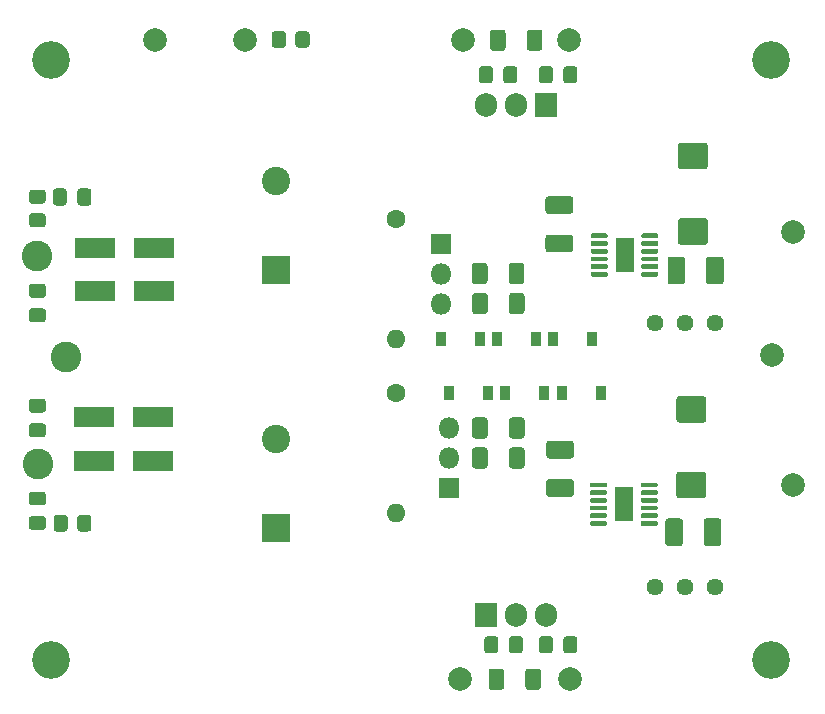
<source format=gbr>
G04 #@! TF.GenerationSoftware,KiCad,Pcbnew,(5.1.10-0-10_14)*
G04 #@! TF.CreationDate,2021-10-17T13:02:41+02:00*
G04 #@! TF.ProjectId,lv-lownoise-psu,6c762d6c-6f77-46e6-9f69-73652d707375,rev?*
G04 #@! TF.SameCoordinates,Original*
G04 #@! TF.FileFunction,Soldermask,Top*
G04 #@! TF.FilePolarity,Negative*
%FSLAX46Y46*%
G04 Gerber Fmt 4.6, Leading zero omitted, Abs format (unit mm)*
G04 Created by KiCad (PCBNEW (5.1.10-0-10_14)) date 2021-10-17 13:02:41*
%MOMM*%
%LPD*%
G01*
G04 APERTURE LIST*
%ADD10R,1.650000X2.850000*%
%ADD11C,2.000000*%
%ADD12R,0.900000X1.200000*%
%ADD13O,1.600000X1.600000*%
%ADD14C,1.600000*%
%ADD15O,1.800000X1.800000*%
%ADD16R,1.800000X1.800000*%
%ADD17O,1.905000X2.000000*%
%ADD18R,1.905000X2.000000*%
%ADD19R,3.500000X1.800000*%
%ADD20C,2.400000*%
%ADD21R,2.400000X2.400000*%
%ADD22C,1.440000*%
%ADD23C,2.600000*%
%ADD24C,3.200000*%
G04 APERTURE END LIST*
D10*
X133595000Y-70649500D03*
G36*
G01*
X135020000Y-69124500D02*
X135020000Y-68924500D01*
G75*
G02*
X135120000Y-68824500I100000J0D01*
G01*
X136370000Y-68824500D01*
G75*
G02*
X136470000Y-68924500I0J-100000D01*
G01*
X136470000Y-69124500D01*
G75*
G02*
X136370000Y-69224500I-100000J0D01*
G01*
X135120000Y-69224500D01*
G75*
G02*
X135020000Y-69124500I0J100000D01*
G01*
G37*
G36*
G01*
X135020000Y-69774500D02*
X135020000Y-69574500D01*
G75*
G02*
X135120000Y-69474500I100000J0D01*
G01*
X136370000Y-69474500D01*
G75*
G02*
X136470000Y-69574500I0J-100000D01*
G01*
X136470000Y-69774500D01*
G75*
G02*
X136370000Y-69874500I-100000J0D01*
G01*
X135120000Y-69874500D01*
G75*
G02*
X135020000Y-69774500I0J100000D01*
G01*
G37*
G36*
G01*
X135020000Y-70424500D02*
X135020000Y-70224500D01*
G75*
G02*
X135120000Y-70124500I100000J0D01*
G01*
X136370000Y-70124500D01*
G75*
G02*
X136470000Y-70224500I0J-100000D01*
G01*
X136470000Y-70424500D01*
G75*
G02*
X136370000Y-70524500I-100000J0D01*
G01*
X135120000Y-70524500D01*
G75*
G02*
X135020000Y-70424500I0J100000D01*
G01*
G37*
G36*
G01*
X135020000Y-71074500D02*
X135020000Y-70874500D01*
G75*
G02*
X135120000Y-70774500I100000J0D01*
G01*
X136370000Y-70774500D01*
G75*
G02*
X136470000Y-70874500I0J-100000D01*
G01*
X136470000Y-71074500D01*
G75*
G02*
X136370000Y-71174500I-100000J0D01*
G01*
X135120000Y-71174500D01*
G75*
G02*
X135020000Y-71074500I0J100000D01*
G01*
G37*
G36*
G01*
X135020000Y-71724500D02*
X135020000Y-71524500D01*
G75*
G02*
X135120000Y-71424500I100000J0D01*
G01*
X136370000Y-71424500D01*
G75*
G02*
X136470000Y-71524500I0J-100000D01*
G01*
X136470000Y-71724500D01*
G75*
G02*
X136370000Y-71824500I-100000J0D01*
G01*
X135120000Y-71824500D01*
G75*
G02*
X135020000Y-71724500I0J100000D01*
G01*
G37*
G36*
G01*
X135020000Y-72374500D02*
X135020000Y-72174500D01*
G75*
G02*
X135120000Y-72074500I100000J0D01*
G01*
X136370000Y-72074500D01*
G75*
G02*
X136470000Y-72174500I0J-100000D01*
G01*
X136470000Y-72374500D01*
G75*
G02*
X136370000Y-72474500I-100000J0D01*
G01*
X135120000Y-72474500D01*
G75*
G02*
X135020000Y-72374500I0J100000D01*
G01*
G37*
G36*
G01*
X130720000Y-72374500D02*
X130720000Y-72174500D01*
G75*
G02*
X130820000Y-72074500I100000J0D01*
G01*
X132070000Y-72074500D01*
G75*
G02*
X132170000Y-72174500I0J-100000D01*
G01*
X132170000Y-72374500D01*
G75*
G02*
X132070000Y-72474500I-100000J0D01*
G01*
X130820000Y-72474500D01*
G75*
G02*
X130720000Y-72374500I0J100000D01*
G01*
G37*
G36*
G01*
X130720000Y-71724500D02*
X130720000Y-71524500D01*
G75*
G02*
X130820000Y-71424500I100000J0D01*
G01*
X132070000Y-71424500D01*
G75*
G02*
X132170000Y-71524500I0J-100000D01*
G01*
X132170000Y-71724500D01*
G75*
G02*
X132070000Y-71824500I-100000J0D01*
G01*
X130820000Y-71824500D01*
G75*
G02*
X130720000Y-71724500I0J100000D01*
G01*
G37*
G36*
G01*
X130720000Y-71074500D02*
X130720000Y-70874500D01*
G75*
G02*
X130820000Y-70774500I100000J0D01*
G01*
X132070000Y-70774500D01*
G75*
G02*
X132170000Y-70874500I0J-100000D01*
G01*
X132170000Y-71074500D01*
G75*
G02*
X132070000Y-71174500I-100000J0D01*
G01*
X130820000Y-71174500D01*
G75*
G02*
X130720000Y-71074500I0J100000D01*
G01*
G37*
G36*
G01*
X130720000Y-70424500D02*
X130720000Y-70224500D01*
G75*
G02*
X130820000Y-70124500I100000J0D01*
G01*
X132070000Y-70124500D01*
G75*
G02*
X132170000Y-70224500I0J-100000D01*
G01*
X132170000Y-70424500D01*
G75*
G02*
X132070000Y-70524500I-100000J0D01*
G01*
X130820000Y-70524500D01*
G75*
G02*
X130720000Y-70424500I0J100000D01*
G01*
G37*
G36*
G01*
X130720000Y-69774500D02*
X130720000Y-69574500D01*
G75*
G02*
X130820000Y-69474500I100000J0D01*
G01*
X132070000Y-69474500D01*
G75*
G02*
X132170000Y-69574500I0J-100000D01*
G01*
X132170000Y-69774500D01*
G75*
G02*
X132070000Y-69874500I-100000J0D01*
G01*
X130820000Y-69874500D01*
G75*
G02*
X130720000Y-69774500I0J100000D01*
G01*
G37*
G36*
G01*
X130720000Y-69124500D02*
X130720000Y-68924500D01*
G75*
G02*
X130820000Y-68824500I100000J0D01*
G01*
X132070000Y-68824500D01*
G75*
G02*
X132170000Y-68924500I0J-100000D01*
G01*
X132170000Y-69124500D01*
G75*
G02*
X132070000Y-69224500I-100000J0D01*
G01*
X130820000Y-69224500D01*
G75*
G02*
X130720000Y-69124500I0J100000D01*
G01*
G37*
X133658500Y-49552500D03*
G36*
G01*
X135083500Y-48027500D02*
X135083500Y-47827500D01*
G75*
G02*
X135183500Y-47727500I100000J0D01*
G01*
X136433500Y-47727500D01*
G75*
G02*
X136533500Y-47827500I0J-100000D01*
G01*
X136533500Y-48027500D01*
G75*
G02*
X136433500Y-48127500I-100000J0D01*
G01*
X135183500Y-48127500D01*
G75*
G02*
X135083500Y-48027500I0J100000D01*
G01*
G37*
G36*
G01*
X135083500Y-48677500D02*
X135083500Y-48477500D01*
G75*
G02*
X135183500Y-48377500I100000J0D01*
G01*
X136433500Y-48377500D01*
G75*
G02*
X136533500Y-48477500I0J-100000D01*
G01*
X136533500Y-48677500D01*
G75*
G02*
X136433500Y-48777500I-100000J0D01*
G01*
X135183500Y-48777500D01*
G75*
G02*
X135083500Y-48677500I0J100000D01*
G01*
G37*
G36*
G01*
X135083500Y-49327500D02*
X135083500Y-49127500D01*
G75*
G02*
X135183500Y-49027500I100000J0D01*
G01*
X136433500Y-49027500D01*
G75*
G02*
X136533500Y-49127500I0J-100000D01*
G01*
X136533500Y-49327500D01*
G75*
G02*
X136433500Y-49427500I-100000J0D01*
G01*
X135183500Y-49427500D01*
G75*
G02*
X135083500Y-49327500I0J100000D01*
G01*
G37*
G36*
G01*
X135083500Y-49977500D02*
X135083500Y-49777500D01*
G75*
G02*
X135183500Y-49677500I100000J0D01*
G01*
X136433500Y-49677500D01*
G75*
G02*
X136533500Y-49777500I0J-100000D01*
G01*
X136533500Y-49977500D01*
G75*
G02*
X136433500Y-50077500I-100000J0D01*
G01*
X135183500Y-50077500D01*
G75*
G02*
X135083500Y-49977500I0J100000D01*
G01*
G37*
G36*
G01*
X135083500Y-50627500D02*
X135083500Y-50427500D01*
G75*
G02*
X135183500Y-50327500I100000J0D01*
G01*
X136433500Y-50327500D01*
G75*
G02*
X136533500Y-50427500I0J-100000D01*
G01*
X136533500Y-50627500D01*
G75*
G02*
X136433500Y-50727500I-100000J0D01*
G01*
X135183500Y-50727500D01*
G75*
G02*
X135083500Y-50627500I0J100000D01*
G01*
G37*
G36*
G01*
X135083500Y-51277500D02*
X135083500Y-51077500D01*
G75*
G02*
X135183500Y-50977500I100000J0D01*
G01*
X136433500Y-50977500D01*
G75*
G02*
X136533500Y-51077500I0J-100000D01*
G01*
X136533500Y-51277500D01*
G75*
G02*
X136433500Y-51377500I-100000J0D01*
G01*
X135183500Y-51377500D01*
G75*
G02*
X135083500Y-51277500I0J100000D01*
G01*
G37*
G36*
G01*
X130783500Y-51277500D02*
X130783500Y-51077500D01*
G75*
G02*
X130883500Y-50977500I100000J0D01*
G01*
X132133500Y-50977500D01*
G75*
G02*
X132233500Y-51077500I0J-100000D01*
G01*
X132233500Y-51277500D01*
G75*
G02*
X132133500Y-51377500I-100000J0D01*
G01*
X130883500Y-51377500D01*
G75*
G02*
X130783500Y-51277500I0J100000D01*
G01*
G37*
G36*
G01*
X130783500Y-50627500D02*
X130783500Y-50427500D01*
G75*
G02*
X130883500Y-50327500I100000J0D01*
G01*
X132133500Y-50327500D01*
G75*
G02*
X132233500Y-50427500I0J-100000D01*
G01*
X132233500Y-50627500D01*
G75*
G02*
X132133500Y-50727500I-100000J0D01*
G01*
X130883500Y-50727500D01*
G75*
G02*
X130783500Y-50627500I0J100000D01*
G01*
G37*
G36*
G01*
X130783500Y-49977500D02*
X130783500Y-49777500D01*
G75*
G02*
X130883500Y-49677500I100000J0D01*
G01*
X132133500Y-49677500D01*
G75*
G02*
X132233500Y-49777500I0J-100000D01*
G01*
X132233500Y-49977500D01*
G75*
G02*
X132133500Y-50077500I-100000J0D01*
G01*
X130883500Y-50077500D01*
G75*
G02*
X130783500Y-49977500I0J100000D01*
G01*
G37*
G36*
G01*
X130783500Y-49327500D02*
X130783500Y-49127500D01*
G75*
G02*
X130883500Y-49027500I100000J0D01*
G01*
X132133500Y-49027500D01*
G75*
G02*
X132233500Y-49127500I0J-100000D01*
G01*
X132233500Y-49327500D01*
G75*
G02*
X132133500Y-49427500I-100000J0D01*
G01*
X130883500Y-49427500D01*
G75*
G02*
X130783500Y-49327500I0J100000D01*
G01*
G37*
G36*
G01*
X130783500Y-48677500D02*
X130783500Y-48477500D01*
G75*
G02*
X130883500Y-48377500I100000J0D01*
G01*
X132133500Y-48377500D01*
G75*
G02*
X132233500Y-48477500I0J-100000D01*
G01*
X132233500Y-48677500D01*
G75*
G02*
X132133500Y-48777500I-100000J0D01*
G01*
X130883500Y-48777500D01*
G75*
G02*
X130783500Y-48677500I0J100000D01*
G01*
G37*
G36*
G01*
X130783500Y-48027500D02*
X130783500Y-47827500D01*
G75*
G02*
X130883500Y-47727500I100000J0D01*
G01*
X132133500Y-47727500D01*
G75*
G02*
X132233500Y-47827500I0J-100000D01*
G01*
X132233500Y-48027500D01*
G75*
G02*
X132133500Y-48127500I-100000J0D01*
G01*
X130883500Y-48127500D01*
G75*
G02*
X130783500Y-48027500I0J100000D01*
G01*
G37*
G36*
G01*
X122074500Y-66088499D02*
X122074500Y-67388501D01*
G75*
G02*
X121824501Y-67638500I-249999J0D01*
G01*
X120999499Y-67638500D01*
G75*
G02*
X120749500Y-67388501I0J249999D01*
G01*
X120749500Y-66088499D01*
G75*
G02*
X120999499Y-65838500I249999J0D01*
G01*
X121824501Y-65838500D01*
G75*
G02*
X122074500Y-66088499I0J-249999D01*
G01*
G37*
G36*
G01*
X125199500Y-66088499D02*
X125199500Y-67388501D01*
G75*
G02*
X124949501Y-67638500I-249999J0D01*
G01*
X124124499Y-67638500D01*
G75*
G02*
X123874500Y-67388501I0J249999D01*
G01*
X123874500Y-66088499D01*
G75*
G02*
X124124499Y-65838500I249999J0D01*
G01*
X124949501Y-65838500D01*
G75*
G02*
X125199500Y-66088499I0J-249999D01*
G01*
G37*
G36*
G01*
X123861000Y-51767501D02*
X123861000Y-50467499D01*
G75*
G02*
X124110999Y-50217500I249999J0D01*
G01*
X124936001Y-50217500D01*
G75*
G02*
X125186000Y-50467499I0J-249999D01*
G01*
X125186000Y-51767501D01*
G75*
G02*
X124936001Y-52017500I-249999J0D01*
G01*
X124110999Y-52017500D01*
G75*
G02*
X123861000Y-51767501I0J249999D01*
G01*
G37*
G36*
G01*
X120736000Y-51767501D02*
X120736000Y-50467499D01*
G75*
G02*
X120985999Y-50217500I249999J0D01*
G01*
X121811001Y-50217500D01*
G75*
G02*
X122061000Y-50467499I0J-249999D01*
G01*
X122061000Y-51767501D01*
G75*
G02*
X121811001Y-52017500I-249999J0D01*
G01*
X120985999Y-52017500D01*
G75*
G02*
X120736000Y-51767501I0J249999D01*
G01*
G37*
G36*
G01*
X138608500Y-72100000D02*
X138608500Y-73950000D01*
G75*
G02*
X138358500Y-74200000I-250000J0D01*
G01*
X137358500Y-74200000D01*
G75*
G02*
X137108500Y-73950000I0J250000D01*
G01*
X137108500Y-72100000D01*
G75*
G02*
X137358500Y-71850000I250000J0D01*
G01*
X138358500Y-71850000D01*
G75*
G02*
X138608500Y-72100000I0J-250000D01*
G01*
G37*
G36*
G01*
X141858500Y-72100000D02*
X141858500Y-73950000D01*
G75*
G02*
X141608500Y-74200000I-250000J0D01*
G01*
X140608500Y-74200000D01*
G75*
G02*
X140358500Y-73950000I0J250000D01*
G01*
X140358500Y-72100000D01*
G75*
G02*
X140608500Y-71850000I250000J0D01*
G01*
X141608500Y-71850000D01*
G75*
G02*
X141858500Y-72100000I0J-250000D01*
G01*
G37*
G36*
G01*
X127281500Y-68528500D02*
X129131500Y-68528500D01*
G75*
G02*
X129381500Y-68778500I0J-250000D01*
G01*
X129381500Y-69778500D01*
G75*
G02*
X129131500Y-70028500I-250000J0D01*
G01*
X127281500Y-70028500D01*
G75*
G02*
X127031500Y-69778500I0J250000D01*
G01*
X127031500Y-68778500D01*
G75*
G02*
X127281500Y-68528500I250000J0D01*
G01*
G37*
G36*
G01*
X127281500Y-65278500D02*
X129131500Y-65278500D01*
G75*
G02*
X129381500Y-65528500I0J-250000D01*
G01*
X129381500Y-66528500D01*
G75*
G02*
X129131500Y-66778500I-250000J0D01*
G01*
X127281500Y-66778500D01*
G75*
G02*
X127031500Y-66528500I0J250000D01*
G01*
X127031500Y-65528500D01*
G75*
G02*
X127281500Y-65278500I250000J0D01*
G01*
G37*
G36*
G01*
X140549000Y-51788500D02*
X140549000Y-49938500D01*
G75*
G02*
X140799000Y-49688500I250000J0D01*
G01*
X141799000Y-49688500D01*
G75*
G02*
X142049000Y-49938500I0J-250000D01*
G01*
X142049000Y-51788500D01*
G75*
G02*
X141799000Y-52038500I-250000J0D01*
G01*
X140799000Y-52038500D01*
G75*
G02*
X140549000Y-51788500I0J250000D01*
G01*
G37*
G36*
G01*
X137299000Y-51788500D02*
X137299000Y-49938500D01*
G75*
G02*
X137549000Y-49688500I250000J0D01*
G01*
X138549000Y-49688500D01*
G75*
G02*
X138799000Y-49938500I0J-250000D01*
G01*
X138799000Y-51788500D01*
G75*
G02*
X138549000Y-52038500I-250000J0D01*
G01*
X137549000Y-52038500D01*
G75*
G02*
X137299000Y-51788500I0J250000D01*
G01*
G37*
G36*
G01*
X129068000Y-46077500D02*
X127218000Y-46077500D01*
G75*
G02*
X126968000Y-45827500I0J250000D01*
G01*
X126968000Y-44827500D01*
G75*
G02*
X127218000Y-44577500I250000J0D01*
G01*
X129068000Y-44577500D01*
G75*
G02*
X129318000Y-44827500I0J-250000D01*
G01*
X129318000Y-45827500D01*
G75*
G02*
X129068000Y-46077500I-250000J0D01*
G01*
G37*
G36*
G01*
X129068000Y-49327500D02*
X127218000Y-49327500D01*
G75*
G02*
X126968000Y-49077500I0J250000D01*
G01*
X126968000Y-48077500D01*
G75*
G02*
X127218000Y-47827500I250000J0D01*
G01*
X129068000Y-47827500D01*
G75*
G02*
X129318000Y-48077500I0J-250000D01*
G01*
X129318000Y-49077500D01*
G75*
G02*
X129068000Y-49327500I-250000J0D01*
G01*
G37*
G36*
G01*
X122074500Y-63548499D02*
X122074500Y-64848501D01*
G75*
G02*
X121824501Y-65098500I-249999J0D01*
G01*
X120999499Y-65098500D01*
G75*
G02*
X120749500Y-64848501I0J249999D01*
G01*
X120749500Y-63548499D01*
G75*
G02*
X120999499Y-63298500I249999J0D01*
G01*
X121824501Y-63298500D01*
G75*
G02*
X122074500Y-63548499I0J-249999D01*
G01*
G37*
G36*
G01*
X125199500Y-63548499D02*
X125199500Y-64848501D01*
G75*
G02*
X124949501Y-65098500I-249999J0D01*
G01*
X124124499Y-65098500D01*
G75*
G02*
X123874500Y-64848501I0J249999D01*
G01*
X123874500Y-63548499D01*
G75*
G02*
X124124499Y-63298500I249999J0D01*
G01*
X124949501Y-63298500D01*
G75*
G02*
X125199500Y-63548499I0J-249999D01*
G01*
G37*
G36*
G01*
X123874500Y-54307501D02*
X123874500Y-53007499D01*
G75*
G02*
X124124499Y-52757500I249999J0D01*
G01*
X124949501Y-52757500D01*
G75*
G02*
X125199500Y-53007499I0J-249999D01*
G01*
X125199500Y-54307501D01*
G75*
G02*
X124949501Y-54557500I-249999J0D01*
G01*
X124124499Y-54557500D01*
G75*
G02*
X123874500Y-54307501I0J249999D01*
G01*
G37*
G36*
G01*
X120749500Y-54307501D02*
X120749500Y-53007499D01*
G75*
G02*
X120999499Y-52757500I249999J0D01*
G01*
X121824501Y-52757500D01*
G75*
G02*
X122074500Y-53007499I0J-249999D01*
G01*
X122074500Y-54307501D01*
G75*
G02*
X121824501Y-54557500I-249999J0D01*
G01*
X120999499Y-54557500D01*
G75*
G02*
X120749500Y-54307501I0J249999D01*
G01*
G37*
D11*
X119761000Y-85471000D03*
X129032000Y-85471000D03*
X128968500Y-31369000D03*
X120015000Y-31369000D03*
X93916500Y-31305500D03*
X101536500Y-31305500D03*
X147955000Y-69024500D03*
X146113500Y-58039000D03*
X147955000Y-47561500D03*
D12*
X123571000Y-61214000D03*
X126871000Y-61214000D03*
X128333500Y-61214000D03*
X131633500Y-61214000D03*
X130935000Y-56642000D03*
X127635000Y-56642000D03*
X126172500Y-56642000D03*
X122872500Y-56642000D03*
G36*
G01*
X123471500Y-84820998D02*
X123471500Y-86121002D01*
G75*
G02*
X123221502Y-86371000I-249998J0D01*
G01*
X122396498Y-86371000D01*
G75*
G02*
X122146500Y-86121002I0J249998D01*
G01*
X122146500Y-84820998D01*
G75*
G02*
X122396498Y-84571000I249998J0D01*
G01*
X123221502Y-84571000D01*
G75*
G02*
X123471500Y-84820998I0J-249998D01*
G01*
G37*
G36*
G01*
X126596500Y-84820998D02*
X126596500Y-86121002D01*
G75*
G02*
X126346502Y-86371000I-249998J0D01*
G01*
X125521498Y-86371000D01*
G75*
G02*
X125271500Y-86121002I0J249998D01*
G01*
X125271500Y-84820998D01*
G75*
G02*
X125521498Y-84571000I249998J0D01*
G01*
X126346502Y-84571000D01*
G75*
G02*
X126596500Y-84820998I0J-249998D01*
G01*
G37*
G36*
G01*
X125385000Y-32019002D02*
X125385000Y-30718998D01*
G75*
G02*
X125634998Y-30469000I249998J0D01*
G01*
X126460002Y-30469000D01*
G75*
G02*
X126710000Y-30718998I0J-249998D01*
G01*
X126710000Y-32019002D01*
G75*
G02*
X126460002Y-32269000I-249998J0D01*
G01*
X125634998Y-32269000D01*
G75*
G02*
X125385000Y-32019002I0J249998D01*
G01*
G37*
G36*
G01*
X122260000Y-32019002D02*
X122260000Y-30718998D01*
G75*
G02*
X122509998Y-30469000I249998J0D01*
G01*
X123335002Y-30469000D01*
G75*
G02*
X123585000Y-30718998I0J-249998D01*
G01*
X123585000Y-32019002D01*
G75*
G02*
X123335002Y-32269000I-249998J0D01*
G01*
X122509998Y-32269000D01*
G75*
G02*
X122260000Y-32019002I0J249998D01*
G01*
G37*
G36*
G01*
X123407500Y-34765000D02*
X123407500Y-33815000D01*
G75*
G02*
X123657500Y-33565000I250000J0D01*
G01*
X124332500Y-33565000D01*
G75*
G02*
X124582500Y-33815000I0J-250000D01*
G01*
X124582500Y-34765000D01*
G75*
G02*
X124332500Y-35015000I-250000J0D01*
G01*
X123657500Y-35015000D01*
G75*
G02*
X123407500Y-34765000I0J250000D01*
G01*
G37*
G36*
G01*
X121332500Y-34765000D02*
X121332500Y-33815000D01*
G75*
G02*
X121582500Y-33565000I250000J0D01*
G01*
X122257500Y-33565000D01*
G75*
G02*
X122507500Y-33815000I0J-250000D01*
G01*
X122507500Y-34765000D01*
G75*
G02*
X122257500Y-35015000I-250000J0D01*
G01*
X121582500Y-35015000D01*
G75*
G02*
X121332500Y-34765000I0J250000D01*
G01*
G37*
D13*
X114300000Y-71374000D03*
D14*
X114300000Y-61214000D03*
D13*
X114300000Y-56642000D03*
D14*
X114300000Y-46482000D03*
G36*
G01*
X83496999Y-46009000D02*
X84397001Y-46009000D01*
G75*
G02*
X84647000Y-46258999I0J-249999D01*
G01*
X84647000Y-46959001D01*
G75*
G02*
X84397001Y-47209000I-249999J0D01*
G01*
X83496999Y-47209000D01*
G75*
G02*
X83247000Y-46959001I0J249999D01*
G01*
X83247000Y-46258999D01*
G75*
G02*
X83496999Y-46009000I249999J0D01*
G01*
G37*
G36*
G01*
X83496999Y-44009000D02*
X84397001Y-44009000D01*
G75*
G02*
X84647000Y-44258999I0J-249999D01*
G01*
X84647000Y-44959001D01*
G75*
G02*
X84397001Y-45209000I-249999J0D01*
G01*
X83496999Y-45209000D01*
G75*
G02*
X83247000Y-44959001I0J249999D01*
G01*
X83247000Y-44258999D01*
G75*
G02*
X83496999Y-44009000I249999J0D01*
G01*
G37*
G36*
G01*
X87315500Y-72713001D02*
X87315500Y-71812999D01*
G75*
G02*
X87565499Y-71563000I249999J0D01*
G01*
X88265501Y-71563000D01*
G75*
G02*
X88515500Y-71812999I0J-249999D01*
G01*
X88515500Y-72713001D01*
G75*
G02*
X88265501Y-72963000I-249999J0D01*
G01*
X87565499Y-72963000D01*
G75*
G02*
X87315500Y-72713001I0J249999D01*
G01*
G37*
G36*
G01*
X85315500Y-72713001D02*
X85315500Y-71812999D01*
G75*
G02*
X85565499Y-71563000I249999J0D01*
G01*
X86265501Y-71563000D01*
G75*
G02*
X86515500Y-71812999I0J-249999D01*
G01*
X86515500Y-72713001D01*
G75*
G02*
X86265501Y-72963000I-249999J0D01*
G01*
X85565499Y-72963000D01*
G75*
G02*
X85315500Y-72713001I0J249999D01*
G01*
G37*
D15*
X118808500Y-64198500D03*
X118808500Y-66738500D03*
D16*
X118808500Y-69278500D03*
D15*
X118110000Y-53657500D03*
X118110000Y-51117500D03*
D16*
X118110000Y-48577500D03*
D12*
X118808500Y-61214000D03*
X122108500Y-61214000D03*
X121410000Y-56642000D03*
X118110000Y-56642000D03*
G36*
G01*
X86439500Y-44165500D02*
X86439500Y-45115500D01*
G75*
G02*
X86189500Y-45365500I-250000J0D01*
G01*
X85514500Y-45365500D01*
G75*
G02*
X85264500Y-45115500I0J250000D01*
G01*
X85264500Y-44165500D01*
G75*
G02*
X85514500Y-43915500I250000J0D01*
G01*
X86189500Y-43915500D01*
G75*
G02*
X86439500Y-44165500I0J-250000D01*
G01*
G37*
G36*
G01*
X88514500Y-44165500D02*
X88514500Y-45115500D01*
G75*
G02*
X88264500Y-45365500I-250000J0D01*
G01*
X87589500Y-45365500D01*
G75*
G02*
X87339500Y-45115500I0J250000D01*
G01*
X87339500Y-44165500D01*
G75*
G02*
X87589500Y-43915500I250000J0D01*
G01*
X88264500Y-43915500D01*
G75*
G02*
X88514500Y-44165500I0J-250000D01*
G01*
G37*
G36*
G01*
X83472000Y-71655000D02*
X84422000Y-71655000D01*
G75*
G02*
X84672000Y-71905000I0J-250000D01*
G01*
X84672000Y-72580000D01*
G75*
G02*
X84422000Y-72830000I-250000J0D01*
G01*
X83472000Y-72830000D01*
G75*
G02*
X83222000Y-72580000I0J250000D01*
G01*
X83222000Y-71905000D01*
G75*
G02*
X83472000Y-71655000I250000J0D01*
G01*
G37*
G36*
G01*
X83472000Y-69580000D02*
X84422000Y-69580000D01*
G75*
G02*
X84672000Y-69830000I0J-250000D01*
G01*
X84672000Y-70505000D01*
G75*
G02*
X84422000Y-70755000I-250000J0D01*
G01*
X83472000Y-70755000D01*
G75*
G02*
X83222000Y-70505000I0J250000D01*
G01*
X83222000Y-69830000D01*
G75*
G02*
X83472000Y-69580000I250000J0D01*
G01*
G37*
G36*
G01*
X84422000Y-53165500D02*
X83472000Y-53165500D01*
G75*
G02*
X83222000Y-52915500I0J250000D01*
G01*
X83222000Y-52240500D01*
G75*
G02*
X83472000Y-51990500I250000J0D01*
G01*
X84422000Y-51990500D01*
G75*
G02*
X84672000Y-52240500I0J-250000D01*
G01*
X84672000Y-52915500D01*
G75*
G02*
X84422000Y-53165500I-250000J0D01*
G01*
G37*
G36*
G01*
X84422000Y-55240500D02*
X83472000Y-55240500D01*
G75*
G02*
X83222000Y-54990500I0J250000D01*
G01*
X83222000Y-54315500D01*
G75*
G02*
X83472000Y-54065500I250000J0D01*
G01*
X84422000Y-54065500D01*
G75*
G02*
X84672000Y-54315500I0J-250000D01*
G01*
X84672000Y-54990500D01*
G75*
G02*
X84422000Y-55240500I-250000J0D01*
G01*
G37*
G36*
G01*
X84422000Y-62901500D02*
X83472000Y-62901500D01*
G75*
G02*
X83222000Y-62651500I0J250000D01*
G01*
X83222000Y-61976500D01*
G75*
G02*
X83472000Y-61726500I250000J0D01*
G01*
X84422000Y-61726500D01*
G75*
G02*
X84672000Y-61976500I0J-250000D01*
G01*
X84672000Y-62651500D01*
G75*
G02*
X84422000Y-62901500I-250000J0D01*
G01*
G37*
G36*
G01*
X84422000Y-64976500D02*
X83472000Y-64976500D01*
G75*
G02*
X83222000Y-64726500I0J250000D01*
G01*
X83222000Y-64051500D01*
G75*
G02*
X83472000Y-63801500I250000J0D01*
G01*
X84422000Y-63801500D01*
G75*
G02*
X84672000Y-64051500I0J-250000D01*
G01*
X84672000Y-64726500D01*
G75*
G02*
X84422000Y-64976500I-250000J0D01*
G01*
G37*
G36*
G01*
X138293999Y-67899500D02*
X140344001Y-67899500D01*
G75*
G02*
X140594000Y-68149499I0J-249999D01*
G01*
X140594000Y-69899501D01*
G75*
G02*
X140344001Y-70149500I-249999J0D01*
G01*
X138293999Y-70149500D01*
G75*
G02*
X138044000Y-69899501I0J249999D01*
G01*
X138044000Y-68149499D01*
G75*
G02*
X138293999Y-67899500I249999J0D01*
G01*
G37*
G36*
G01*
X138293999Y-61499500D02*
X140344001Y-61499500D01*
G75*
G02*
X140594000Y-61749499I0J-249999D01*
G01*
X140594000Y-63499501D01*
G75*
G02*
X140344001Y-63749500I-249999J0D01*
G01*
X138293999Y-63749500D01*
G75*
G02*
X138044000Y-63499501I0J249999D01*
G01*
X138044000Y-61749499D01*
G75*
G02*
X138293999Y-61499500I249999J0D01*
G01*
G37*
G36*
G01*
X140471001Y-42286500D02*
X138420999Y-42286500D01*
G75*
G02*
X138171000Y-42036501I0J249999D01*
G01*
X138171000Y-40286499D01*
G75*
G02*
X138420999Y-40036500I249999J0D01*
G01*
X140471001Y-40036500D01*
G75*
G02*
X140721000Y-40286499I0J-249999D01*
G01*
X140721000Y-42036501D01*
G75*
G02*
X140471001Y-42286500I-249999J0D01*
G01*
G37*
G36*
G01*
X140471001Y-48686500D02*
X138420999Y-48686500D01*
G75*
G02*
X138171000Y-48436501I0J249999D01*
G01*
X138171000Y-46686499D01*
G75*
G02*
X138420999Y-46436500I249999J0D01*
G01*
X140471001Y-46436500D01*
G75*
G02*
X140721000Y-46686499I0J-249999D01*
G01*
X140721000Y-48436501D01*
G75*
G02*
X140471001Y-48686500I-249999J0D01*
G01*
G37*
D17*
X127000000Y-80010000D03*
X124460000Y-80010000D03*
D18*
X121920000Y-80010000D03*
D17*
X121920000Y-36830000D03*
X124460000Y-36830000D03*
D18*
X127000000Y-36830000D03*
D19*
X88827600Y-52578000D03*
X93827600Y-52578000D03*
X88827600Y-48971200D03*
X93827600Y-48971200D03*
X93726000Y-63296800D03*
X88726000Y-63296800D03*
X93726000Y-66954400D03*
X88726000Y-66954400D03*
D20*
X104140000Y-65151000D03*
D21*
X104140000Y-72651000D03*
D20*
X104140000Y-43300000D03*
D21*
X104140000Y-50800000D03*
G36*
G01*
X105794000Y-31755501D02*
X105794000Y-30855499D01*
G75*
G02*
X106043999Y-30605500I249999J0D01*
G01*
X106744001Y-30605500D01*
G75*
G02*
X106994000Y-30855499I0J-249999D01*
G01*
X106994000Y-31755501D01*
G75*
G02*
X106744001Y-32005500I-249999J0D01*
G01*
X106043999Y-32005500D01*
G75*
G02*
X105794000Y-31755501I0J249999D01*
G01*
G37*
G36*
G01*
X103794000Y-31755501D02*
X103794000Y-30855499D01*
G75*
G02*
X104043999Y-30605500I249999J0D01*
G01*
X104744001Y-30605500D01*
G75*
G02*
X104994000Y-30855499I0J-249999D01*
G01*
X104994000Y-31755501D01*
G75*
G02*
X104744001Y-32005500I-249999J0D01*
G01*
X104043999Y-32005500D01*
G75*
G02*
X103794000Y-31755501I0J249999D01*
G01*
G37*
G36*
G01*
X127587500Y-82075000D02*
X127587500Y-83025000D01*
G75*
G02*
X127337500Y-83275000I-250000J0D01*
G01*
X126662500Y-83275000D01*
G75*
G02*
X126412500Y-83025000I0J250000D01*
G01*
X126412500Y-82075000D01*
G75*
G02*
X126662500Y-81825000I250000J0D01*
G01*
X127337500Y-81825000D01*
G75*
G02*
X127587500Y-82075000I0J-250000D01*
G01*
G37*
G36*
G01*
X129662500Y-82075000D02*
X129662500Y-83025000D01*
G75*
G02*
X129412500Y-83275000I-250000J0D01*
G01*
X128737500Y-83275000D01*
G75*
G02*
X128487500Y-83025000I0J250000D01*
G01*
X128487500Y-82075000D01*
G75*
G02*
X128737500Y-81825000I250000J0D01*
G01*
X129412500Y-81825000D01*
G75*
G02*
X129662500Y-82075000I0J-250000D01*
G01*
G37*
G36*
G01*
X123872500Y-83025000D02*
X123872500Y-82075000D01*
G75*
G02*
X124122500Y-81825000I250000J0D01*
G01*
X124797500Y-81825000D01*
G75*
G02*
X125047500Y-82075000I0J-250000D01*
G01*
X125047500Y-83025000D01*
G75*
G02*
X124797500Y-83275000I-250000J0D01*
G01*
X124122500Y-83275000D01*
G75*
G02*
X123872500Y-83025000I0J250000D01*
G01*
G37*
G36*
G01*
X121797500Y-83025000D02*
X121797500Y-82075000D01*
G75*
G02*
X122047500Y-81825000I250000J0D01*
G01*
X122722500Y-81825000D01*
G75*
G02*
X122972500Y-82075000I0J-250000D01*
G01*
X122972500Y-83025000D01*
G75*
G02*
X122722500Y-83275000I-250000J0D01*
G01*
X122047500Y-83275000D01*
G75*
G02*
X121797500Y-83025000I0J250000D01*
G01*
G37*
G36*
G01*
X128487500Y-34765000D02*
X128487500Y-33815000D01*
G75*
G02*
X128737500Y-33565000I250000J0D01*
G01*
X129412500Y-33565000D01*
G75*
G02*
X129662500Y-33815000I0J-250000D01*
G01*
X129662500Y-34765000D01*
G75*
G02*
X129412500Y-35015000I-250000J0D01*
G01*
X128737500Y-35015000D01*
G75*
G02*
X128487500Y-34765000I0J250000D01*
G01*
G37*
G36*
G01*
X126412500Y-34765000D02*
X126412500Y-33815000D01*
G75*
G02*
X126662500Y-33565000I250000J0D01*
G01*
X127337500Y-33565000D01*
G75*
G02*
X127587500Y-33815000I0J-250000D01*
G01*
X127587500Y-34765000D01*
G75*
G02*
X127337500Y-35015000I-250000J0D01*
G01*
X126662500Y-35015000D01*
G75*
G02*
X126412500Y-34765000I0J250000D01*
G01*
G37*
D22*
X141287500Y-77660500D03*
X138747500Y-77660500D03*
X136207500Y-77660500D03*
X141351000Y-55308500D03*
X138811000Y-55308500D03*
X136271000Y-55308500D03*
D23*
X83921600Y-49631600D03*
X86360000Y-58166000D03*
X83972400Y-67259200D03*
D24*
X146050000Y-33020000D03*
X146050000Y-83820000D03*
X85090000Y-83820000D03*
X85090000Y-33020000D03*
M02*

</source>
